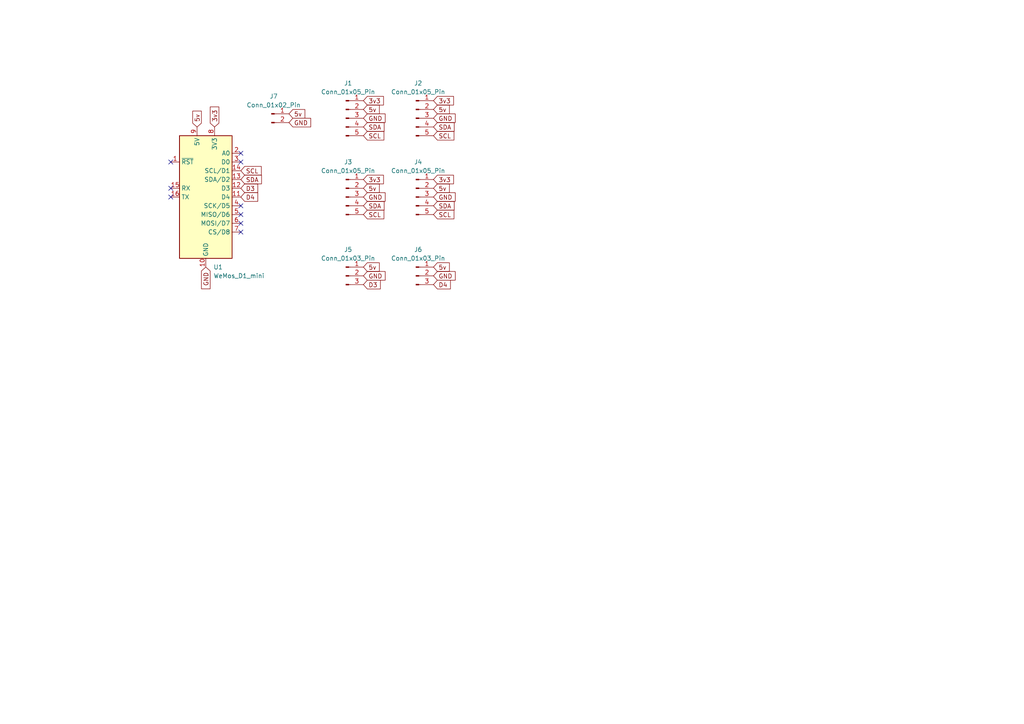
<source format=kicad_sch>
(kicad_sch (version 20230121) (generator eeschema)
  (paper "A4")
  (lib_symbols
    (symbol "Connector:Conn_01x02_Pin" (pin_names (offset 1.016) hide)
      (property "Reference" "J" (at 0 2.54 0))
      (property "Value" "Conn_01x02_Pin" (at 0 -5.08 0))
      (symbol "Conn_01x02_Pin_1_1"
        (polyline (pts (xy 1.27 -2.54) (xy 0.8636 -2.54)) (stroke (width 0.1524)))
        (polyline (pts (xy 1.27 0) (xy 0.8636 0)) (stroke (width 0.1524)))
        (rectangle (start 0.8636 -2.413) (end 0 -2.667) (stroke (width 0.1524)) (fill (type outline)))
        (rectangle (start 0.8636 0.127) (end 0 -0.127) (stroke (width 0.1524)) (fill (type outline)))
        (pin passive line (at 5.08 0 180) (length 3.81) (name "Pin_1") (number "1"))
        (pin passive line (at 5.08 -2.54 180) (length 3.81) (name "Pin_2") (number "2"))
      )
    )
    (symbol "Connector:Conn_01x03_Pin" (pin_names (offset 1.016) hide)
      (property "Reference" "J" (at 0 5.08 0))
      (property "Value" "Conn_01x03_Pin" (at 0 -5.08 0))
      (symbol "Conn_01x03_Pin_1_1"
        (polyline (pts (xy 1.27 -2.54) (xy 0.8636 -2.54)) (stroke (width 0.1524)))
        (polyline (pts (xy 1.27 0) (xy 0.8636 0)) (stroke (width 0.1524)))
        (polyline (pts (xy 1.27 2.54) (xy 0.8636 2.54)) (stroke (width 0.1524)))
        (rectangle (start 0.8636 -2.413) (end 0 -2.667) (stroke (width 0.1524)) (fill (type outline)))
        (rectangle (start 0.8636 0.127) (end 0 -0.127) (stroke (width 0.1524)) (fill (type outline)))
        (rectangle (start 0.8636 2.667) (end 0 2.413) (stroke (width 0.1524)) (fill (type outline)))
        (pin passive line (at 5.08 2.54 180) (length 3.81) (name "Pin_1") (number "1"))
        (pin passive line (at 5.08 0 180) (length 3.81) (name "Pin_2") (number "2"))
        (pin passive line (at 5.08 -2.54 180) (length 3.81) (name "Pin_3") (number "3"))
      )
    )
    (symbol "Connector:Conn_01x05_Pin" (pin_names (offset 1.016) hide)
      (property "Reference" "J" (at 0 7.62 0))
      (property "Value" "Conn_01x05_Pin" (at 0 -7.62 0))
      (symbol "Conn_01x05_Pin_1_1"
        (polyline (pts (xy 1.27 -5.08) (xy 0.8636 -5.08)) (stroke (width 0.1524)))
        (polyline (pts (xy 1.27 -2.54) (xy 0.8636 -2.54)) (stroke (width 0.1524)))
        (polyline (pts (xy 1.27 0) (xy 0.8636 0)) (stroke (width 0.1524)))
        (polyline (pts (xy 1.27 2.54) (xy 0.8636 2.54)) (stroke (width 0.1524)))
        (polyline (pts (xy 1.27 5.08) (xy 0.8636 5.08)) (stroke (width 0.1524)))
        (rectangle (start 0.8636 -4.953) (end 0 -5.207) (stroke (width 0.1524)) (fill (type outline)))
        (rectangle (start 0.8636 -2.413) (end 0 -2.667) (stroke (width 0.1524)) (fill (type outline)))
        (rectangle (start 0.8636 0.127) (end 0 -0.127) (stroke (width 0.1524)) (fill (type outline)))
        (rectangle (start 0.8636 2.667) (end 0 2.413) (stroke (width 0.1524)) (fill (type outline)))
        (rectangle (start 0.8636 5.207) (end 0 4.953) (stroke (width 0.1524)) (fill (type outline)))
        (pin passive line (at 5.08 5.08 180) (length 3.81) (name "Pin_1") (number "1"))
        (pin passive line (at 5.08 2.54 180) (length 3.81) (name "Pin_2") (number "2"))
        (pin passive line (at 5.08 0 180) (length 3.81) (name "Pin_3") (number "3"))
        (pin passive line (at 5.08 -2.54 180) (length 3.81) (name "Pin_4") (number "4"))
        (pin passive line (at 5.08 -5.08 180) (length 3.81) (name "Pin_5") (number "5"))
      )
    )
    (symbol "MCU_Module:WeMos_D1_mini"
      (property "Reference" "U" (at 3.81 19.05 0))
      (property "Value" "WeMos_D1_mini" (at 1.27 -19.05 0))
      (symbol "WeMos_D1_mini_1_1"
        (rectangle (start -7.62 17.78) (end 7.62 -17.78) (stroke (width 0.254)) (fill (type background)))
        (pin input line (at -10.16 10.16 0) (length 2.54) (name "~{RST}") (number "1"))
        (pin power_in line (at 0 -20.32 90) (length 2.54) (name "GND") (number "10"))
        (pin bidirectional line (at 10.16 0 180) (length 2.54) (name "D4") (number "11"))
        (pin bidirectional line (at 10.16 2.54 180) (length 2.54) (name "D3") (number "12"))
        (pin bidirectional line (at 10.16 5.08 180) (length 2.54) (name "SDA/D2") (number "13"))
        (pin bidirectional line (at 10.16 7.62 180) (length 2.54) (name "SCL/D1") (number "14"))
        (pin input line (at -10.16 2.54 0) (length 2.54) (name "RX") (number "15"))
        (pin output line (at -10.16 0 0) (length 2.54) (name "TX") (number "16"))
        (pin input line (at 10.16 12.7 180) (length 2.54) (name "A0") (number "2"))
        (pin bidirectional line (at 10.16 10.16 180) (length 2.54) (name "D0") (number "3"))
        (pin bidirectional line (at 10.16 -2.54 180) (length 2.54) (name "SCK/D5") (number "4"))
        (pin bidirectional line (at 10.16 -5.08 180) (length 2.54) (name "MISO/D6") (number "5"))
        (pin bidirectional line (at 10.16 -7.62 180) (length 2.54) (name "MOSI/D7") (number "6"))
        (pin bidirectional line (at 10.16 -10.16 180) (length 2.54) (name "CS/D8") (number "7"))
        (pin power_out line (at 2.54 20.32 270) (length 2.54) (name "3V3") (number "8"))
        (pin power_in line (at -2.54 20.32 270) (length 2.54) (name "5V") (number "9"))
      )
    )
  )
  (no_connect (at 69.85 46.99))
  (no_connect (at 69.85 62.23))
  (no_connect (at 69.85 64.77))
  (no_connect (at 49.53 57.15))
  (no_connect (at 49.53 54.61))
  (no_connect (at 69.85 59.69))
  (no_connect (at 49.53 46.99))
  (no_connect (at 69.85 44.45))
  (no_connect (at 69.85 67.31))
  (global_label "SDA" (shape input) (at 69.85 52.07 0) (property "Intersheetrefs" "${INTERSHEET_REFS}" (effects hide)))
  (global_label "GND" (shape input) (at 125.73 57.15 0) (property "Intersheetrefs" "${INTERSHEET_REFS}" (effects hide)))
  (global_label "3v3" (shape input) (at 125.73 29.21 0) (property "Intersheetrefs" "${INTERSHEET_REFS}" (effects hide)))
  (global_label "D3" (shape input) (at 105.41 82.55 0) (property "Intersheetrefs" "${INTERSHEET_REFS}" (effects hide)))
  (global_label "3v3" (shape input) (at 125.73 52.07 0) (property "Intersheetrefs" "${INTERSHEET_REFS}" (effects hide)))
  (global_label "GND" (shape input) (at 59.69 77.47 270) (property "Intersheetrefs" "${INTERSHEET_REFS}" (effects hide)))
  (global_label "SDA" (shape input) (at 105.41 36.83 0) (property "Intersheetrefs" "${INTERSHEET_REFS}" (effects hide)))
  (global_label "5v" (shape input) (at 57.15 36.83 90) (property "Intersheetrefs" "${INTERSHEET_REFS}" (effects hide)))
  (global_label "3v3" (shape input) (at 105.41 52.07 0) (property "Intersheetrefs" "${INTERSHEET_REFS}" (effects hide)))
  (global_label "SCL" (shape input) (at 69.85 49.53 0) (property "Intersheetrefs" "${INTERSHEET_REFS}" (effects hide)))
  (global_label "GND" (shape input) (at 105.41 57.15 0) (property "Intersheetrefs" "${INTERSHEET_REFS}" (effects hide)))
  (global_label "GND" (shape input) (at 125.73 34.29 0) (property "Intersheetrefs" "${INTERSHEET_REFS}" (effects hide)))
  (global_label "D4" (shape input) (at 69.85 57.15 0) (property "Intersheetrefs" "${INTERSHEET_REFS}" (effects hide)))
  (global_label "D4" (shape input) (at 125.73 82.55 0) (property "Intersheetrefs" "${INTERSHEET_REFS}" (effects hide)))
  (global_label "GND" (shape input) (at 83.82 35.56 0) (property "Intersheetrefs" "${INTERSHEET_REFS}" (effects hide)))
  (global_label "5v" (shape input) (at 125.73 77.47 0) (property "Intersheetrefs" "${INTERSHEET_REFS}" (effects hide)))
  (global_label "SCL" (shape input) (at 105.41 39.37 0) (property "Intersheetrefs" "${INTERSHEET_REFS}" (effects hide)))
  (global_label "5v" (shape input) (at 105.41 31.75 0) (property "Intersheetrefs" "${INTERSHEET_REFS}" (effects hide)))
  (global_label "GND" (shape input) (at 105.41 34.29 0) (property "Intersheetrefs" "${INTERSHEET_REFS}" (effects hide)))
  (global_label "SCL" (shape input) (at 105.41 62.23 0) (property "Intersheetrefs" "${INTERSHEET_REFS}" (effects hide)))
  (global_label "SDA" (shape input) (at 125.73 59.69 0) (property "Intersheetrefs" "${INTERSHEET_REFS}" (effects hide)))
  (global_label "5v" (shape input) (at 83.82 33.02 0) (property "Intersheetrefs" "${INTERSHEET_REFS}" (effects hide)))
  (global_label "5v" (shape input) (at 105.41 54.61 0) (property "Intersheetrefs" "${INTERSHEET_REFS}" (effects hide)))
  (global_label "SCL" (shape input) (at 125.73 62.23 0) (property "Intersheetrefs" "${INTERSHEET_REFS}" (effects hide)))
  (global_label "SCL" (shape input) (at 125.73 39.37 0) (property "Intersheetrefs" "${INTERSHEET_REFS}" (effects hide)))
  (global_label "5v" (shape input) (at 125.73 54.61 0) (property "Intersheetrefs" "${INTERSHEET_REFS}" (effects hide)))
  (global_label "3v3" (shape input) (at 62.23 36.83 90) (property "Intersheetrefs" "${INTERSHEET_REFS}" (effects hide)))
  (global_label "5v" (shape input) (at 105.41 77.47 0) (property "Intersheetrefs" "${INTERSHEET_REFS}" (effects hide)))
  (global_label "GND" (shape input) (at 105.41 80.01 0) (property "Intersheetrefs" "${INTERSHEET_REFS}" (effects hide)))
  (global_label "GND" (shape input) (at 125.73 80.01 0) (property "Intersheetrefs" "${INTERSHEET_REFS}" (effects hide)))
  (global_label "3v3" (shape input) (at 105.41 29.21 0) (property "Intersheetrefs" "${INTERSHEET_REFS}" (effects hide)))
  (global_label "5v" (shape input) (at 125.73 31.75 0) (property "Intersheetrefs" "${INTERSHEET_REFS}" (effects hide)))
  (global_label "SDA" (shape input) (at 125.73 36.83 0) (property "Intersheetrefs" "${INTERSHEET_REFS}" (effects hide)))
  (global_label "D3" (shape input) (at 69.85 54.61 0) (property "Intersheetrefs" "${INTERSHEET_REFS}" (effects hide)))
  (global_label "SDA" (shape input) (at 105.41 59.69 0) (property "Intersheetrefs" "${INTERSHEET_REFS}" (effects hide)))
  (symbol (lib_id "MCU_Module:WeMos_D1_mini") (at 59.69 57.15 0) (unit 1)
    (property "Reference" "U1" (at 61.8841 77.47 0) (effects (justify left)))
    (property "Value" "WeMos_D1_mini" (at 61.8841 80.01 0) (effects (justify left)))
    (property "Footprint" "Module:WEMOS_D1_mini_light" (effects hide))
    (property "Datasheet" "https://wiki.wemos.cc/products:d1:d1_mini#documentation" (effects hide))
  )
  (symbol (lib_id "Connector:Conn_01x05_Pin") (at 120.65 34.29 0) (unit 1)
    (property "Reference" "J2" (at 121.285 24.13 0))
    (property "Value" "Conn_01x05_Pin" (at 121.285 26.67 0))
    (property "Footprint" "Internal:SolderPad_2.0x4.0mm_1x05" (effects hide))
  )
  (symbol (lib_id "Connector:Conn_01x03_Pin") (at 100.33 80.01 0) (unit 1)
    (property "Reference" "J5" (at 100.965 72.39 0))
    (property "Value" "Conn_01x03_Pin" (at 100.965 74.93 0))
    (property "Footprint" "Internal:SolderPad_2.0x4.0mm_1x03" (effects hide))
  )
  (symbol (lib_id "Connector:Conn_01x03_Pin") (at 120.65 80.01 0) (unit 1)
    (property "Reference" "J6" (at 121.285 72.39 0))
    (property "Value" "Conn_01x03_Pin" (at 121.285 74.93 0))
    (property "Footprint" "Internal:SolderPad_2.0x4.0mm_1x03" (effects hide))
  )
  (symbol (lib_id "Connector:Conn_01x05_Pin") (at 120.65 57.15 0) (unit 1)
    (property "Reference" "J4" (at 121.285 46.99 0))
    (property "Value" "Conn_01x05_Pin" (at 121.285 49.53 0))
    (property "Footprint" "Internal:SolderPad_2.0x4.0mm_1x05" (effects hide))
  )
  (symbol (lib_id "Connector:Conn_01x02_Pin") (at 78.74 33.02 0) (unit 1)
    (property "Reference" "J7" (at 79.375 27.94 0))
    (property "Value" "Conn_01x02_Pin" (at 79.375 30.48 0))
  )
  (symbol (lib_id "Connector:Conn_01x05_Pin") (at 100.33 57.15 0) (unit 1)
    (property "Reference" "J3" (at 100.965 46.99 0))
    (property "Value" "Conn_01x05_Pin" (at 100.965 49.53 0))
    (property "Footprint" "Internal:SolderPad_2.0x4.0mm_1x05" (effects hide))
  )
  (symbol (lib_id "Connector:Conn_01x05_Pin") (at 100.33 34.29 0) (unit 1)
    (property "Reference" "J1" (at 100.965 24.13 0))
    (property "Value" "Conn_01x05_Pin" (at 100.965 26.67 0))
    (property "Footprint" "Internal:SolderPad_2.0x4.0mm_1x05" (effects hide))
  )
)
</source>
